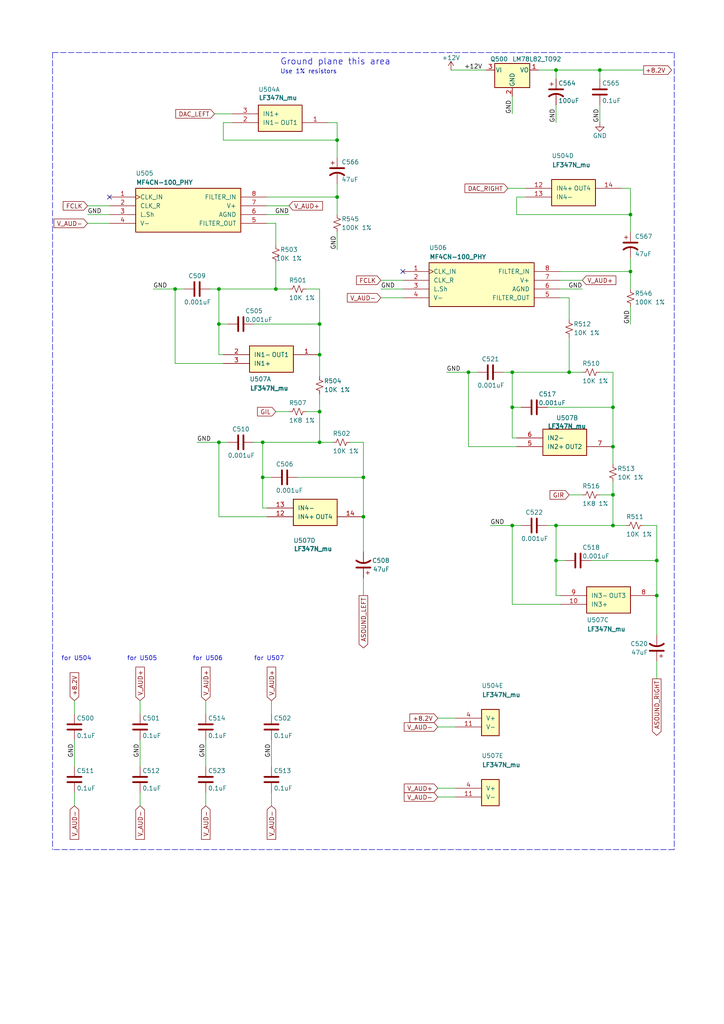
<source format=kicad_sch>
(kicad_sch (version 20230121) (generator eeschema)
  (paper "A4" portrait)
  (title_block (title "Converted schematics of Atari STE") (date "2021-08-31") (rev "1.0.0") (comment 1 "Reference : C300780-001"))
  (lib_symbols
    (symbol "Device:C" (pin_numbers hide) (pin_names (offset 0.254))
      (property "Reference" "C" (at 0.635 2.54 0))
      (property "Value" "C" (at 0.635 -2.54 0))
      (symbol "C_0_1"
        (polyline (pts (xy -2.032 -0.762) (xy 2.032 -0.762)) (stroke (width 0.508)))
        (polyline (pts (xy -2.032 0.762) (xy 2.032 0.762)) (stroke (width 0.508)))
      )
      (symbol "C_1_1"
        (pin passive line (at 0 3.81 270) (length 2.794) (name "~") (number "1"))
        (pin passive line (at 0 -3.81 90) (length 2.794) (name "~") (number "2"))
      )
    )
    (symbol "Device:CP1" (pin_numbers hide) (pin_names (offset 0.254) hide)
      (property "Reference" "C" (at 0.635 2.54 0))
      (property "Value" "Device_CP1" (at 0.635 -2.54 0))
      (symbol "CP1_0_1"
        (polyline (pts (xy -2.032 0.762) (xy 2.032 0.762)) (stroke (width 0.508)))
        (polyline (pts (xy -1.778 2.286) (xy -0.762 2.286)))
        (polyline (pts (xy -1.27 1.778) (xy -1.27 2.794)))
        (arc (start 2.032 -1.27) (mid 0 -0.5572) (end -2.032 -1.27) (stroke (width 0.508)))
      )
      (symbol "CP1_1_1"
        (pin passive line (at 0 3.81 270) (length 2.794) (name "~") (number "1"))
        (pin passive line (at 0 -3.81 90) (length 3.302) (name "~") (number "2"))
      )
    )
    (symbol "Device:R_Small_US" (pin_numbers hide) (pin_names (offset 0.254) hide)
      (property "Reference" "R" (at 0.762 0.508 0))
      (property "Value" "R_Small_US" (at 0.762 -1.016 0))
      (symbol "R_Small_US_1_1"
        (polyline (pts (xy 0 0) (xy 1.016 -0.381) (xy 0 -0.762) (xy -1.016 -1.143) (xy 0 -1.524)))
        (polyline (pts (xy 0 1.524) (xy 1.016 1.143) (xy 0 0.762) (xy -1.016 0.381) (xy 0 0)))
        (pin passive line (at 0 2.54 270) (length 1.016) (name "~") (number "1"))
        (pin passive line (at 0 -2.54 90) (length 1.016) (name "~") (number "2"))
      )
    )
    (symbol "Regulator_Linear:LM78L05_TO92" (pin_names (offset 0.254))
      (property "Reference" "U" (at -3.81 3.175 0))
      (property "Value" "LM78L05_TO92" (at 0 3.175 0))
      (symbol "LM78L05_TO92_0_1"
        (rectangle (start -5.08 -5.08) (end 5.08 1.905) (stroke (width 0.254)) (fill (type background)))
      )
      (symbol "LM78L05_TO92_1_1"
        (pin power_out line (at 7.62 0 180) (length 2.54) (name "VO") (number "1"))
        (pin power_in line (at 0 -7.62 90) (length 2.54) (name "GND") (number "2"))
        (pin power_in line (at -7.62 0 0) (length 2.54) (name "VI") (number "3"))
      )
    )
    (symbol "lf347:LF347N_mu" (pin_names (offset 1.27))
      (property "Reference" "U" (at 0 0 0))
      (property "Value" "LF347N_mu" (at 0 0 0))
      (symbol "LF347N_mu_1_0"
        (rectangle (start -6.35 0) (end 6.35 -7.62) (stroke (width 0.254)) (fill (type background)))
        (text "Operational Amplifier 1" (at -12.7 2.54 0) (effects (font (size 1.27 1.27)) (justify left top)))
        (pin output line (at 13.97 -2.54 180) (length 7.62) (name "OUT1") (number "1"))
        (pin input line (at -13.97 -2.54 0) (length 7.62) (name "IN1-") (number "2"))
        (pin input line (at -13.97 -5.08 0) (length 7.62) (name "IN1+") (number "3"))
      )
      (symbol "LF347N_mu_2_0"
        (rectangle (start -6.35 0) (end 6.35 -7.62) (stroke (width 0.254)) (fill (type background)))
        (text "Operational Amplifier 2" (at -12.7 2.54 0) (effects (font (size 1.27 1.27)) (justify left top)))
        (pin input line (at -13.97 -2.54 0) (length 7.62) (name "IN2+") (number "5"))
        (pin input line (at -13.97 -5.08 0) (length 7.62) (name "IN2-") (number "6"))
        (pin output line (at 13.97 -2.54 180) (length 7.62) (name "OUT2") (number "7"))
      )
      (symbol "LF347N_mu_3_0"
        (rectangle (start -6.35 0) (end 6.35 -7.62) (stroke (width 0.254)) (fill (type background)))
        (text "Operational Amplifier 3" (at -12.7 2.54 0) (effects (font (size 1.27 1.27)) (justify left top)))
        (pin input line (at -13.97 -5.08 0) (length 7.62) (name "IN3+") (number "10"))
        (pin output line (at 13.97 -2.54 180) (length 7.62) (name "OUT3") (number "8"))
        (pin input line (at -13.97 -2.54 0) (length 7.62) (name "IN3-") (number "9"))
      )
      (symbol "LF347N_mu_4_0"
        (rectangle (start -6.35 0) (end 6.35 -7.62) (stroke (width 0.254)) (fill (type background)))
        (text "Operational Amplifier 4" (at -12.7 2.54 0) (effects (font (size 1.27 1.27)) (justify left top)))
        (pin input line (at -13.97 -2.54 0) (length 7.62) (name "IN4+") (number "12"))
        (pin input line (at -13.97 -5.08 0) (length 7.62) (name "IN4-") (number "13"))
        (pin output line (at 13.97 -2.54 180) (length 7.62) (name "OUT4") (number "14"))
      )
      (symbol "LF347N_mu_5_0"
        (rectangle (start -2.54 0) (end 2.54 -7.62) (stroke (width 0.254)) (fill (type background)))
        (text "Voltage reference" (at -12.7 2.54 0) (effects (font (size 1.27 1.27)) (justify left top)))
        (pin input line (at -10.16 -5.08 0) (length 7.62) (name "V-") (number "11"))
        (pin input line (at -10.16 -2.54 0) (length 7.62) (name "V+") (number "4"))
      )
      (symbol "LF347N_mu_6_0"
        (rectangle (start -1.27 0) (end 1.27 -2.54) (stroke (width 0.254)) (fill (type background)))
        (text "Power supply" (at -12.7 2.54 0) (effects (font (size 1.27 1.27)) (justify left top)))
      )
    )
    (symbol "mf4-dip8:MF4CN-100_PHY" (pin_names (offset 1.27))
      (property "Reference" "U" (at 0 0 0))
      (property "Value" "MF4CN-100_PHY" (at 0 0 0))
      (symbol "MF4CN-100_PHY_0_0"
        (rectangle (start -15.24 6.35) (end 15.24 -6.35) (stroke (width 0.254)) (fill (type background)))
        (pin input clock (at -22.86 3.81 0) (length 7.62) (name "CLK_IN") (number "1"))
        (pin input line (at -22.86 1.27 0) (length 7.62) (name "CLK_R") (number "2"))
        (pin input line (at -22.86 -1.27 0) (length 7.62) (name "L.Sh") (number "3"))
        (pin input line (at -22.86 -3.81 0) (length 7.62) (name "V-") (number "4"))
        (pin output line (at 22.86 -3.81 180) (length 7.62) (name "FILTER_OUT") (number "5"))
        (pin power_in line (at 22.86 -1.27 180) (length 7.62) (name "AGND") (number "6"))
        (pin power_in line (at 22.86 1.27 180) (length 7.62) (name "V+") (number "7"))
        (pin input line (at 22.86 3.81 180) (length 7.62) (name "FILTER_IN") (number "8"))
      )
    )
    (symbol "power:+12V" (power) (pin_names (offset 0))
      (property "Value" "+12V" (at 0 3.556 0))
      (symbol "+12V_0_1"
        (polyline (pts (xy -0.762 1.27) (xy 0 2.54)))
        (polyline (pts (xy 0 0) (xy 0 2.54)))
        (polyline (pts (xy 0 2.54) (xy 0.762 1.27)))
      )
      (symbol "+12V_1_1"
        (pin power_in line (at 0 0 90) (length 0) hide (name "+12V") (number "1"))
      )
    )
    (symbol "power:GND" (power) (pin_names (offset 0))
      (property "Value" "GND" (at 0 -3.81 0))
      (symbol "GND_0_1"
        (polyline (pts (xy 0 0) (xy 0 -1.27) (xy 1.27 -1.27) (xy 0 -2.54) (xy -1.27 -1.27) (xy 0 -1.27)))
      )
      (symbol "GND_1_1"
        (pin power_in line (at 0 0 270) (length 0) hide (name "GND") (number "1"))
      )
    )
  )
  (junction (at 161.29 162.56))
  (junction (at 165.1 107.95))
  (junction (at 63.5 128.27))
  (junction (at 76.2 128.27))
  (junction (at 97.79 40.64))
  (junction (at 177.8 152.4))
  (junction (at 97.79 57.15))
  (junction (at 76.2 138.43))
  (junction (at 173.99 20.32))
  (junction (at 92.71 102.87))
  (junction (at 161.29 152.4))
  (junction (at 135.89 107.95))
  (junction (at 148.59 107.95))
  (junction (at 190.5 172.72))
  (junction (at 92.71 119.38))
  (junction (at 190.5 162.56))
  (junction (at 148.59 152.4))
  (junction (at 105.41 149.86))
  (junction (at 182.88 78.74))
  (junction (at 105.41 138.43))
  (junction (at 177.8 143.51))
  (junction (at 50.8 83.82))
  (junction (at 148.59 118.11))
  (junction (at 92.71 93.98))
  (junction (at 177.8 129.54))
  (junction (at 177.8 118.11))
  (junction (at 63.5 93.98))
  (junction (at 92.71 128.27))
  (junction (at 161.29 20.32))
  (junction (at 80.01 83.82))
  (junction (at 182.88 62.23))
  (junction (at 63.5 83.82))
  (no_connect (at 116.84 78.74))
  (no_connect (at 31.75 57.15))
  (wire (pts (xy 63.5 83.82) (xy 80.01 83.82)))
  (wire (pts (xy 135.89 107.95) (xy 135.89 129.54)))
  (wire (pts (xy 152.4 54.61) (xy 147.32 54.61)))
  (wire (pts (xy 190.5 162.56) (xy 190.5 172.72)))
  (wire (pts (xy 158.75 152.4) (xy 161.29 152.4)))
  (wire (pts (xy 158.75 118.11) (xy 177.8 118.11)))
  (wire (pts (xy 161.29 162.56) (xy 161.29 172.72)))
  (wire (pts (xy 76.2 147.32) (xy 77.47 147.32)))
  (wire (pts (xy 135.89 129.54) (xy 149.86 129.54)))
  (wire (pts (xy 25.4 62.23) (xy 31.75 62.23)))
  (wire (pts (xy 59.69 222.25) (xy 59.69 214.63)))
  (wire (pts (xy 76.2 128.27) (xy 92.71 128.27)))
  (wire (pts (xy 177.8 152.4) (xy 181.61 152.4)))
  (wire (pts (xy 97.79 72.39) (xy 97.79 67.31)))
  (wire (pts (xy 162.56 81.28) (xy 168.91 81.28)))
  (wire (pts (xy 168.91 143.51) (xy 165.1 143.51)))
  (wire (pts (xy 182.88 62.23) (xy 182.88 67.31)))
  (wire (pts (xy 21.59 222.25) (xy 21.59 214.63)))
  (wire (pts (xy 148.59 152.4) (xy 148.59 175.26)))
  (wire (pts (xy 182.88 54.61) (xy 182.88 62.23)))
  (wire (pts (xy 105.41 167.64) (xy 105.41 172.72)))
  (wire (pts (xy 88.9 119.38) (xy 92.71 119.38)))
  (wire (pts (xy 162.56 86.36) (xy 165.1 86.36)))
  (wire (pts (xy 177.8 143.51) (xy 177.8 152.4)))
  (wire (pts (xy 127 208.28) (xy 132.08 208.28)))
  (wire (pts (xy 105.41 138.43) (xy 105.41 149.86)))
  (wire (pts (xy 146.05 107.95) (xy 148.59 107.95)))
  (wire (pts (xy 77.47 64.77) (xy 80.01 64.77)))
  (wire (pts (xy 190.5 172.72) (xy 190.5 184.15)))
  (wire (pts (xy 66.04 93.98) (xy 63.5 93.98)))
  (wire (pts (xy 40.64 222.25) (xy 40.64 214.63)))
  (wire (pts (xy 40.64 207.01) (xy 40.64 203.2)))
  (wire (pts (xy 162.56 172.72) (xy 161.29 172.72)))
  (wire (pts (xy 156.21 20.32) (xy 161.29 20.32)))
  (wire (pts (xy 64.77 35.56) (xy 64.77 40.64)))
  (wire (pts (xy 177.8 139.7) (xy 177.8 143.51)))
  (wire (pts (xy 105.41 149.86) (xy 105.41 160.02)))
  (wire (pts (xy 148.59 127) (xy 149.86 127)))
  (wire (pts (xy 67.31 35.56) (xy 64.77 35.56)))
  (wire (pts (xy 97.79 40.64) (xy 97.79 45.72)))
  (wire (pts (xy 148.59 152.4) (xy 151.13 152.4)))
  (wire (pts (xy 63.5 128.27) (xy 66.04 128.27)))
  (wire (pts (xy 182.88 78.74) (xy 182.88 83.82)))
  (wire (pts (xy 149.86 62.23) (xy 182.88 62.23)))
  (wire (pts (xy 161.29 20.32) (xy 173.99 20.32)))
  (wire (pts (xy 149.86 57.15) (xy 149.86 62.23)))
  (wire (pts (xy 63.5 128.27) (xy 63.5 149.86)))
  (wire (pts (xy 63.5 83.82) (xy 63.5 93.98)))
  (wire (pts (xy 171.45 162.56) (xy 190.5 162.56)))
  (wire (pts (xy 40.64 233.68) (xy 40.64 229.87)))
  (wire (pts (xy 110.49 81.28) (xy 116.84 81.28)))
  (wire (pts (xy 182.88 74.93) (xy 182.88 78.74)))
  (wire (pts (xy 177.8 107.95) (xy 177.8 118.11)))
  (wire (pts (xy 53.34 83.82) (xy 50.8 83.82)))
  (wire (pts (xy 173.99 30.48) (xy 173.99 35.56)))
  (wire (pts (xy 177.8 129.54) (xy 177.8 134.62)))
  (wire (pts (xy 77.47 57.15) (xy 97.79 57.15)))
  (wire (pts (xy 64.77 40.64) (xy 97.79 40.64)))
  (wire (pts (xy 161.29 152.4) (xy 161.29 162.56)))
  (wire (pts (xy 50.8 83.82) (xy 50.8 105.41)))
  (wire (pts (xy 86.36 138.43) (xy 105.41 138.43)))
  (wire (pts (xy 161.29 152.4) (xy 177.8 152.4)))
  (wire (pts (xy 77.47 62.23) (xy 83.82 62.23)))
  (wire (pts (xy 92.71 93.98) (xy 92.71 102.87)))
  (wire (pts (xy 165.1 86.36) (xy 165.1 92.71)))
  (wire (pts (xy 78.74 222.25) (xy 78.74 214.63)))
  (wire (pts (xy 151.13 118.11) (xy 148.59 118.11)))
  (wire (pts (xy 73.66 128.27) (xy 76.2 128.27)))
  (polyline (pts (xy 195.58 246.38) (xy 15.24 246.38)) (stroke (width 0) (type dash)))
  (wire (pts (xy 142.24 152.4) (xy 148.59 152.4)))
  (wire (pts (xy 173.99 22.86) (xy 173.99 20.32)))
  (wire (pts (xy 165.1 97.79) (xy 165.1 107.95)))
  (wire (pts (xy 168.91 107.95) (xy 165.1 107.95)))
  (wire (pts (xy 63.5 128.27) (xy 57.15 128.27)))
  (wire (pts (xy 148.59 118.11) (xy 148.59 127)))
  (wire (pts (xy 92.71 83.82) (xy 92.71 93.98)))
  (wire (pts (xy 92.71 102.87) (xy 92.71 109.22)))
  (wire (pts (xy 50.8 83.82) (xy 44.45 83.82)))
  (wire (pts (xy 83.82 83.82) (xy 80.01 83.82)))
  (wire (pts (xy 190.5 191.77) (xy 190.5 196.85)))
  (wire (pts (xy 177.8 118.11) (xy 177.8 129.54)))
  (wire (pts (xy 78.74 138.43) (xy 76.2 138.43)))
  (wire (pts (xy 148.59 107.95) (xy 165.1 107.95)))
  (wire (pts (xy 60.96 83.82) (xy 63.5 83.82)))
  (wire (pts (xy 105.41 128.27) (xy 101.6 128.27)))
  (wire (pts (xy 163.83 162.56) (xy 161.29 162.56)))
  (wire (pts (xy 21.59 207.01) (xy 21.59 203.2)))
  (wire (pts (xy 110.49 83.82) (xy 116.84 83.82)))
  (wire (pts (xy 78.74 207.01) (xy 78.74 203.2)))
  (wire (pts (xy 182.88 93.98) (xy 182.88 88.9)))
  (wire (pts (xy 63.5 149.86) (xy 77.47 149.86)))
  (wire (pts (xy 96.52 128.27) (xy 92.71 128.27)))
  (wire (pts (xy 110.49 86.36) (xy 116.84 86.36)))
  (wire (pts (xy 50.8 105.41) (xy 64.77 105.41)))
  (wire (pts (xy 127 228.6) (xy 132.08 228.6)))
  (polyline (pts (xy 195.58 15.24) (xy 195.58 246.38)) (stroke (width 0) (type dash)))
  (wire (pts (xy 25.4 64.77) (xy 31.75 64.77)))
  (wire (pts (xy 78.74 233.68) (xy 78.74 229.87)))
  (wire (pts (xy 162.56 78.74) (xy 182.88 78.74)))
  (wire (pts (xy 129.54 107.95) (xy 135.89 107.95)))
  (wire (pts (xy 76.2 138.43) (xy 76.2 147.32)))
  (wire (pts (xy 62.23 33.02) (xy 67.31 33.02)))
  (wire (pts (xy 21.59 233.68) (xy 21.59 229.87)))
  (wire (pts (xy 92.71 114.3) (xy 92.71 119.38)))
  (wire (pts (xy 88.9 83.82) (xy 92.71 83.82)))
  (wire (pts (xy 97.79 53.34) (xy 97.79 57.15)))
  (wire (pts (xy 59.69 233.68) (xy 59.69 229.87)))
  (wire (pts (xy 76.2 128.27) (xy 76.2 138.43)))
  (wire (pts (xy 130.81 20.32) (xy 140.97 20.32)))
  (wire (pts (xy 127 231.14) (xy 132.08 231.14)))
  (wire (pts (xy 190.5 152.4) (xy 190.5 162.56)))
  (wire (pts (xy 63.5 93.98) (xy 63.5 102.87)))
  (wire (pts (xy 73.66 93.98) (xy 92.71 93.98)))
  (wire (pts (xy 80.01 76.2) (xy 80.01 83.82)))
  (wire (pts (xy 92.71 119.38) (xy 92.71 128.27)))
  (wire (pts (xy 63.5 102.87) (xy 64.77 102.87)))
  (wire (pts (xy 190.5 152.4) (xy 186.69 152.4)))
  (wire (pts (xy 132.08 210.82) (xy 127 210.82)))
  (wire (pts (xy 105.41 128.27) (xy 105.41 138.43)))
  (polyline (pts (xy 15.24 15.24) (xy 195.58 15.24)) (stroke (width 0) (type dash)))
  (wire (pts (xy 138.43 107.95) (xy 135.89 107.95)))
  (wire (pts (xy 148.59 175.26) (xy 162.56 175.26)))
  (wire (pts (xy 180.34 54.61) (xy 182.88 54.61)))
  (wire (pts (xy 152.4 57.15) (xy 149.86 57.15)))
  (wire (pts (xy 95.25 35.56) (xy 97.79 35.56)))
  (wire (pts (xy 162.56 83.82) (xy 168.91 83.82)))
  (wire (pts (xy 25.4 59.69) (xy 31.75 59.69)))
  (wire (pts (xy 97.79 57.15) (xy 97.79 62.23)))
  (wire (pts (xy 177.8 143.51) (xy 173.99 143.51)))
  (wire (pts (xy 161.29 30.48) (xy 161.29 35.56)))
  (wire (pts (xy 77.47 59.69) (xy 83.82 59.69)))
  (wire (pts (xy 173.99 107.95) (xy 177.8 107.95)))
  (wire (pts (xy 148.59 27.94) (xy 148.59 33.02)))
  (wire (pts (xy 161.29 22.86) (xy 161.29 20.32)))
  (wire (pts (xy 80.01 119.38) (xy 83.82 119.38)))
  (wire (pts (xy 173.99 20.32) (xy 186.69 20.32)))
  (wire (pts (xy 80.01 71.12) (xy 80.01 64.77)))
  (wire (pts (xy 148.59 107.95) (xy 148.59 118.11)))
  (wire (pts (xy 97.79 35.56) (xy 97.79 40.64)))
  (wire (pts (xy 59.69 207.01) (xy 59.69 203.2)))
  (polyline (pts (xy 15.24 15.24) (xy 15.24 246.38)) (stroke (width 0) (type dash)))
  (text "for U504" (at 17.78 191.77 0) (effects (font (size 1.27 1.27)) (justify left bottom)))
  (text "for U505" (at 36.83 191.77 0) (effects (font (size 1.27 1.27)) (justify left bottom)))
  (text "for U506" (at 55.88 191.77 0) (effects (font (size 1.27 1.27)) (justify left bottom)))
  (text "Ground plane this area" (at 81.28 19.05 0) (effects (font (size 1.8034 1.8034)) (justify left bottom)))
  (text "Use 1% resistors" (at 81.28 21.59 0) (effects (font (size 1.27 1.27)) (justify left bottom)))
  (text "for U507" (at 73.66 191.77 0) (effects (font (size 1.27 1.27)) (justify left bottom)))
  (label "GND" (at 25.4 62.23 0))
  (label "GND" (at 161.29 35.56 90))
  (label "GND" (at 40.64 219.71 90))
  (label "GND" (at 57.15 128.27 0))
  (label "GND" (at 168.91 83.82 180))
  (label "GND" (at 59.69 219.71 90))
  (label "GND" (at 78.74 219.71 90))
  (label "GND" (at 44.45 83.82 0))
  (label "+12V" (at 134.62 20.32 0))
  (label "GND" (at 129.54 107.95 0))
  (label "GND" (at 173.99 35.56 90))
  (label "GND" (at 148.59 33.02 90))
  (label "GND" (at 142.24 152.4 0))
  (label "GND" (at 182.88 93.98 90))
  (label "GND" (at 97.79 72.39 90))
  (label "GND" (at 21.59 219.71 90))
  (label "GND" (at 110.49 83.82 0))
  (label "GND" (at 83.82 62.23 180))
  (global_label "V_AUD-" (shape input) (at 40.64 233.68 270) (property "Intersheetrefs" "${INTERSHEET_REFS}" (effects hide)))
  (global_label "V_AUD+" (shape input) (at 59.69 203.2 90) (property "Intersheetrefs" "${INTERSHEET_REFS}" (effects hide)))
  (global_label "V_AUD-" (shape input) (at 78.74 233.68 270) (property "Intersheetrefs" "${INTERSHEET_REFS}" (effects hide)))
  (global_label "GIL" (shape input) (at 80.01 119.38 180) (property "Intersheetrefs" "${INTERSHEET_REFS}" (effects hide)))
  (global_label "GIR" (shape input) (at 165.1 143.51 180) (property "Intersheetrefs" "${INTERSHEET_REFS}" (effects hide)))
  (global_label "V_AUD+" (shape input) (at 168.91 81.28 0) (property "Intersheetrefs" "${INTERSHEET_REFS}" (effects hide)))
  (global_label "V_AUD-" (shape input) (at 59.69 233.68 270) (property "Intersheetrefs" "${INTERSHEET_REFS}" (effects hide)))
  (global_label "DAC_RIGHT" (shape input) (at 147.32 54.61 180) (property "Intersheetrefs" "${INTERSHEET_REFS}" (effects hide)))
  (global_label "DAC_LEFT" (shape input) (at 62.23 33.02 180) (property "Intersheetrefs" "${INTERSHEET_REFS}" (effects hide)))
  (global_label "V_AUD-" (shape input) (at 110.49 86.36 180) (property "Intersheetrefs" "${INTERSHEET_REFS}" (effects hide)))
  (global_label "+8.2V" (shape input) (at 127 208.28 180) (property "Intersheetrefs" "${INTERSHEET_REFS}" (effects hide)))
  (global_label "V_AUD-" (shape input) (at 25.4 64.77 180) (property "Intersheetrefs" "${INTERSHEET_REFS}" (effects hide)))
  (global_label "V_AUD-" (shape input) (at 21.59 233.68 270) (property "Intersheetrefs" "${INTERSHEET_REFS}" (effects hide)))
  (global_label "ASOUND_RIGHT" (shape output) (at 190.5 196.85 270) (property "Intersheetrefs" "${INTERSHEET_REFS}" (effects hide)))
  (global_label "V_AUD+" (shape input) (at 40.64 203.2 90) (property "Intersheetrefs" "${INTERSHEET_REFS}" (effects hide)))
  (global_label "FCLK" (shape input) (at 110.49 81.28 180) (property "Intersheetrefs" "${INTERSHEET_REFS}" (effects hide)))
  (global_label "V_AUD+" (shape input) (at 78.74 203.2 90) (property "Intersheetrefs" "${INTERSHEET_REFS}" (effects hide)))
  (global_label "ASOUND_LEFT" (shape output) (at 105.41 172.72 270) (property "Intersheetrefs" "${INTERSHEET_REFS}" (effects hide)))
  (global_label "+8.2V" (shape input) (at 21.59 203.2 90) (property "Intersheetrefs" "${INTERSHEET_REFS}" (effects hide)))
  (global_label "V_AUD+" (shape input) (at 83.82 59.69 0) (property "Intersheetrefs" "${INTERSHEET_REFS}" (effects hide)))
  (global_label "V_AUD-" (shape input) (at 127 210.82 180) (property "Intersheetrefs" "${INTERSHEET_REFS}" (effects hide)))
  (global_label "V_AUD+" (shape input) (at 127 228.6 180) (property "Intersheetrefs" "${INTERSHEET_REFS}" (effects hide)))
  (global_label "+8.2V" (shape output) (at 186.69 20.32 0) (property "Intersheetrefs" "${INTERSHEET_REFS}" (effects hide)))
  (global_label "V_AUD-" (shape input) (at 127 231.14 180) (property "Intersheetrefs" "${INTERSHEET_REFS}" (effects hide)))
  (global_label "FCLK" (shape input) (at 25.4 59.69 180) (property "Intersheetrefs" "${INTERSHEET_REFS}" (effects hide)))
  (symbol (lib_id "Device:R_Small_US") (at 86.36 119.38 270) (unit 1)
    (property "Reference" "R507" (at 83.82 116.84 90) (effects (justify left)))
    (property "Value" "1K8 1%" (at 83.82 121.92 90) (effects (justify left)))
    (property "Footprint" "commons_passives_THT:Passive_THT_resistor_W2.54mm_L12.70mm" (effects hide))
  )
  (symbol (lib_id "Device:R_Small_US") (at 171.45 143.51 270) (unit 1)
    (property "Reference" "R516" (at 168.91 140.97 90) (effects (justify left)))
    (property "Value" "1K8 1%" (at 168.91 146.05 90) (effects (justify left)))
    (property "Footprint" "commons_passives_THT:Passive_THT_resistor_W2.54mm_L12.70mm" (effects hide))
  )
  (symbol (lib_id "mf4-dip8:MF4CN-100_PHY") (at 54.61 60.96 0) (unit 1)
    (property "Reference" "U505" (at 39.37 49.53 0) (effects (justify left top)))
    (property "Value" "MF4CN-100_PHY" (at 39.37 52.07 0) (effects (font bold) (justify left top)))
    (property "Footprint" "Package_DIP:DIP-8_W7.62mm_LongPads" (effects hide))
  )
  (symbol (lib_id "Device:CP1") (at 97.79 49.53 0) (unit 1)
    (property "Reference" "C566" (at 99.06 46.99 0) (effects (justify left)))
    (property "Value" "47uF" (at 99.06 52.07 0) (effects (justify left)))
    (property "Footprint" "commons_passives_THT:Passive_THT_capacitor_polarized_rad_D5.08mm_P2.54mm_H12.70mm" (effects hide))
  )
  (symbol (lib_id "Device:R_Small_US") (at 97.79 64.77 0) (unit 1)
    (property "Reference" "R545" (at 99.06 63.5 0) (effects (justify left)))
    (property "Value" "100K 1%" (at 99.06 66.04 0) (effects (justify left)))
    (property "Footprint" "commons_passives_THT:Passive_THT_resistor_W2.54mm_L12.70mm" (effects hide))
  )
  (symbol (lib_id "Device:C") (at 40.64 210.82 0) (unit 1)
    (property "Reference" "C501" (at 41.275 208.28 0) (effects (justify left)))
    (property "Value" "0.1uF" (at 41.275 213.36 0) (effects (justify left)))
    (property "Footprint" "commons_passives_THT:Passive_THT_capacitor_mlcc_W2.54mm_L7.62mm" (effects hide))
  )
  (symbol (lib_id "Device:C") (at 40.64 226.06 0) (unit 1)
    (property "Reference" "C512" (at 41.275 223.52 0) (effects (justify left)))
    (property "Value" "0.1uF" (at 41.275 228.6 0) (effects (justify left)))
    (property "Footprint" "commons_passives_THT:Passive_THT_capacitor_mlcc_W2.54mm_L7.62mm" (effects hide))
  )
  (symbol (lib_id "Device:C") (at 21.59 210.82 0) (unit 1)
    (property "Reference" "C500" (at 22.225 208.28 0) (effects (justify left)))
    (property "Value" "0.1uF" (at 22.225 213.36 0) (effects (justify left)))
    (property "Footprint" "commons_passives_THT:Passive_THT_capacitor_mlcc_W2.54mm_L7.62mm" (effects hide))
  )
  (symbol (lib_id "Device:C") (at 21.59 226.06 0) (unit 1)
    (property "Reference" "C511" (at 22.225 223.52 0) (effects (justify left)))
    (property "Value" "0.1uF" (at 22.225 228.6 0) (effects (justify left)))
    (property "Footprint" "commons_passives_THT:Passive_THT_capacitor_mlcc_W2.54mm_L7.62mm" (effects hide))
  )
  (symbol (lib_id "lf347:LF347N_mu") (at 142.24 205.74 0) (unit 5)
    (property "Reference" "U504" (at 139.7 198.12 0) (effects (justify left top)))
    (property "Value" "LF347N_mu" (at 139.7 200.66 0) (effects (font bold) (justify left top)))
    (property "Footprint" "Package_DIP:DIP-14_W7.62mm_LongPads" (effects hide))
  )
  (symbol (lib_id "lf347:LF347N_mu") (at 142.24 226.06 0) (unit 5)
    (property "Reference" "U507" (at 139.7 218.44 0) (effects (justify left top)))
    (property "Value" "LF347N_mu" (at 139.7 220.98 0) (effects (font bold) (justify left top)))
    (property "Footprint" "Package_DIP:DIP-14_W7.62mm_LongPads" (effects hide))
  )
  (symbol (lib_id "Device:C") (at 78.74 210.82 0) (unit 1)
    (property "Reference" "C502" (at 79.375 208.28 0) (effects (justify left)))
    (property "Value" "0.1uF" (at 79.375 213.36 0) (effects (justify left)))
    (property "Footprint" "commons_passives_THT:Passive_THT_capacitor_mlcc_W2.54mm_L7.62mm" (effects hide))
  )
  (symbol (lib_id "Device:C") (at 78.74 226.06 0) (unit 1)
    (property "Reference" "C513" (at 79.375 223.52 0) (effects (justify left)))
    (property "Value" "0.1uF" (at 79.375 228.6 0) (effects (justify left)))
    (property "Footprint" "commons_passives_THT:Passive_THT_capacitor_mlcc_W2.54mm_L7.62mm" (effects hide))
  )
  (symbol (lib_id "mf4-dip8:MF4CN-100_PHY") (at 139.7 82.55 0) (unit 1)
    (property "Reference" "U506" (at 124.46 71.12 0) (effects (justify left top)))
    (property "Value" "MF4CN-100_PHY" (at 124.46 73.66 0) (effects (font bold) (justify left top)))
    (property "Footprint" "Package_DIP:DIP-8_W7.62mm_LongPads" (effects hide))
  )
  (symbol (lib_id "Device:CP1") (at 182.88 71.12 0) (unit 1)
    (property "Reference" "C567" (at 184.15 68.58 0) (effects (justify left)))
    (property "Value" "47uF" (at 184.15 73.66 0) (effects (justify left)))
    (property "Footprint" "commons_passives_THT:Passive_THT_capacitor_polarized_rad_D5.08mm_P2.54mm_H12.70mm" (effects hide))
  )
  (symbol (lib_id "Device:R_Small_US") (at 182.88 86.36 0) (unit 1)
    (property "Reference" "R546" (at 184.15 85.09 0) (effects (justify left)))
    (property "Value" "100K 1%" (at 184.15 87.63 0) (effects (justify left)))
    (property "Footprint" "commons_passives_THT:Passive_THT_resistor_W2.54mm_L12.70mm" (effects hide))
  )
  (symbol (lib_id "Device:C") (at 59.69 210.82 0) (unit 1)
    (property "Reference" "C514" (at 60.325 208.28 0) (effects (justify left)))
    (property "Value" "0.1uF" (at 60.325 213.36 0) (effects (justify left)))
    (property "Footprint" "commons_passives_THT:Passive_THT_capacitor_mlcc_W2.54mm_L7.62mm" (effects hide))
  )
  (symbol (lib_id "Device:C") (at 59.69 226.06 0) (unit 1)
    (property "Reference" "C523" (at 60.325 223.52 0) (effects (justify left)))
    (property "Value" "0.1uF" (at 60.325 228.6 0) (effects (justify left)))
    (property "Footprint" "commons_passives_THT:Passive_THT_capacitor_mlcc_W2.54mm_L7.62mm" (effects hide))
  )
  (symbol (lib_id "Regulator_Linear:LM78L05_TO92") (at 148.59 20.32 0) (unit 1)
    (property "Reference" "Q500" (at 144.78 17.145 0))
    (property "Value" "LM78L82_TO92" (at 148.59 17.145 0) (effects (justify left)))
    (property "Footprint" "Package_TO_SOT_THT:TO-92_Inline_Wide" (effects hide))
    (property "Datasheet" "https://www.onsemi.com/pub/Collateral/MC78L06A-D.pdf" (effects hide))
  )
  (symbol (lib_id "Device:CP1") (at 161.29 26.67 0) (unit 1)
    (property "Reference" "C564" (at 161.925 24.13 0) (effects (justify left)))
    (property "Value" "100uF" (at 161.925 29.21 0) (effects (justify left)))
    (property "Footprint" "commons_passives_THT:Passive_THT_capacitor_polarized_W6.35mm_L20.32mm" (effects hide))
  )
  (symbol (lib_id "Device:C") (at 173.99 26.67 0) (unit 1)
    (property "Reference" "C565" (at 174.625 24.13 0) (effects (justify left)))
    (property "Value" "0.1uF" (at 174.625 29.21 0) (effects (justify left)))
    (property "Footprint" "commons_passives_THT:Passive_THT_capacitor_mlcc_W2.54mm_L7.62mm" (effects hide))
  )
  (symbol (lib_id "Device:CP1") (at 105.41 163.83 180) (unit 1)
    (property "Reference" "C508" (at 113.03 162.56 0) (effects (justify left)))
    (property "Value" "47uF" (at 113.03 165.1 0) (effects (justify left)))
    (property "Footprint" "commons_passives_THT:Passive_THT_capacitor_polarized_W6.35mm_L20.32mm" (effects hide))
  )
  (symbol (lib_id "Device:C") (at 82.55 138.43 270) (unit 1)
    (property "Reference" "C506" (at 80.01 134.62 90) (effects (justify left)))
    (property "Value" "0.001uF" (at 80.01 142.24 90) (effects (justify left)))
    (property "Footprint" "commons_passives_THT:Passive_THT_capacitor_W2.54mm_L10.16mm" (effects hide))
  )
  (symbol (lib_id "Device:R_Small_US") (at 92.71 111.76 180) (unit 1)
    (property "Reference" "R504" (at 96.52 110.49 0))
    (property "Value" "10K 1%" (at 97.79 113.03 0))
    (property "Footprint" "commons_passives_THT:Passive_THT_resistor_W2.54mm_L12.70mm" (effects hide))
  )
  (symbol (lib_id "Device:C") (at 69.85 128.27 270) (unit 1)
    (property "Reference" "C510" (at 67.31 124.46 90) (effects (justify left)))
    (property "Value" "0.001uF" (at 66.04 132.08 90) (effects (justify left)))
    (property "Footprint" "commons_passives_THT:Passive_THT_capacitor_W2.54mm_L10.16mm" (effects hide))
  )
  (symbol (lib_id "Device:R_Small_US") (at 99.06 128.27 270) (unit 1)
    (property "Reference" "R502" (at 96.52 125.73 90) (effects (justify left)))
    (property "Value" "10K 1%" (at 96.52 130.81 90) (effects (justify left)))
    (property "Footprint" "commons_passives_THT:Passive_THT_resistor_W2.54mm_L12.70mm" (effects hide))
  )
  (symbol (lib_id "Device:C") (at 69.85 93.98 270) (unit 1)
    (property "Reference" "C505" (at 71.12 90.17 90) (effects (justify left)))
    (property "Value" "0.001uF" (at 71.12 92.71 90) (effects (justify left)))
    (property "Footprint" "commons_passives_THT:Passive_THT_capacitor_W2.54mm_L10.16mm" (effects hide))
  )
  (symbol (lib_id "Device:R_Small_US") (at 80.01 73.66 180) (unit 1)
    (property "Reference" "R503" (at 83.82 72.39 0))
    (property "Value" "10K 1%" (at 83.82 74.93 0))
    (property "Footprint" "commons_passives_THT:Passive_THT_resistor_W2.54mm_L12.70mm" (effects hide))
  )
  (symbol (lib_id "Device:C") (at 57.15 83.82 270) (unit 1)
    (property "Reference" "C509" (at 54.61 80.01 90) (effects (justify left)))
    (property "Value" "0.001uF" (at 53.34 87.63 90) (effects (justify left)))
    (property "Footprint" "commons_passives_THT:Passive_THT_capacitor_W2.54mm_L10.16mm" (effects hide))
  )
  (symbol (lib_id "Device:R_Small_US") (at 86.36 83.82 270) (unit 1)
    (property "Reference" "R501" (at 83.82 81.28 90) (effects (justify left)))
    (property "Value" "10K 1%" (at 83.82 86.36 90) (effects (justify left)))
    (property "Footprint" "commons_passives_THT:Passive_THT_resistor_W2.54mm_L12.70mm" (effects hide))
  )
  (symbol (lib_id "Device:CP1") (at 190.5 187.96 180) (unit 1)
    (property "Reference" "C520" (at 187.96 186.69 0) (effects (justify left)))
    (property "Value" "47uF" (at 187.96 189.23 0) (effects (justify left)))
    (property "Footprint" "commons_passives_THT:Passive_THT_capacitor_polarized_W6.35mm_L20.32mm" (effects hide))
  )
  (symbol (lib_id "Device:C") (at 167.64 162.56 270) (unit 1)
    (property "Reference" "C518" (at 168.91 158.75 90) (effects (justify left)))
    (property "Value" "0.001uF" (at 168.91 161.29 90) (effects (justify left)))
    (property "Footprint" "commons_passives_THT:Passive_THT_capacitor_W2.54mm_L10.16mm" (effects hide))
  )
  (symbol (lib_id "Device:R_Small_US") (at 177.8 137.16 180) (unit 1)
    (property "Reference" "R513" (at 181.61 135.89 0))
    (property "Value" "10K 1%" (at 182.88 138.43 0))
    (property "Footprint" "commons_passives_THT:Passive_THT_resistor_W2.54mm_L12.70mm" (effects hide))
  )
  (symbol (lib_id "Device:C") (at 154.94 152.4 270) (unit 1)
    (property "Reference" "C522" (at 152.4 148.59 90) (effects (justify left)))
    (property "Value" "0.001uF" (at 151.13 156.21 90) (effects (justify left)))
    (property "Footprint" "commons_passives_THT:Passive_THT_capacitor_W2.54mm_L10.16mm" (effects hide))
  )
  (symbol (lib_id "Device:R_Small_US") (at 184.15 152.4 270) (unit 1)
    (property "Reference" "R511" (at 181.61 149.86 90) (effects (justify left)))
    (property "Value" "10K 1%" (at 181.61 154.94 90) (effects (justify left)))
    (property "Footprint" "commons_passives_THT:Passive_THT_resistor_W2.54mm_L12.70mm" (effects hide))
  )
  (symbol (lib_id "Device:C") (at 154.94 118.11 270) (unit 1)
    (property "Reference" "C517" (at 156.21 114.3 90) (effects (justify left)))
    (property "Value" "0.001uF" (at 156.21 116.84 90) (effects (justify left)))
    (property "Footprint" "commons_passives_THT:Passive_THT_capacitor_W2.54mm_L10.16mm" (effects hide))
  )
  (symbol (lib_id "Device:R_Small_US") (at 165.1 95.25 180) (unit 1)
    (property "Reference" "R512" (at 168.91 93.98 0))
    (property "Value" "10K 1%" (at 170.18 96.52 0))
    (property "Footprint" "commons_passives_THT:Passive_THT_resistor_W2.54mm_L12.70mm" (effects hide))
  )
  (symbol (lib_id "Device:C") (at 142.24 107.95 270) (unit 1)
    (property "Reference" "C521" (at 139.7 104.14 90) (effects (justify left)))
    (property "Value" "0.001uF" (at 138.43 111.76 90) (effects (justify left)))
    (property "Footprint" "commons_passives_THT:Passive_THT_capacitor_W2.54mm_L10.16mm" (effects hide))
  )
  (symbol (lib_id "Device:R_Small_US") (at 171.45 107.95 270) (unit 1)
    (property "Reference" "R510" (at 168.91 105.41 90) (effects (justify left)))
    (property "Value" "10K 1%" (at 168.91 110.49 90) (effects (justify left)))
    (property "Footprint" "commons_passives_THT:Passive_THT_resistor_W2.54mm_L12.70mm" (effects hide))
  )
  (symbol (lib_id "lf347:LF347N_mu") (at 81.28 38.1 0) (mirror x) (unit 1)
    (property "Reference" "U504" (at 74.93 26.67 0) (effects (justify left top)))
    (property "Value" "LF347N_mu" (at 74.93 29.21 0) (effects (font bold) (justify left top)))
    (property "Footprint" "Package_DIP:DIP-14_W7.62mm_LongPads" (effects hide))
  )
  (symbol (lib_id "lf347:LF347N_mu") (at 166.37 52.07 0) (unit 4)
    (property "Reference" "U504" (at 160.02 44.45 0) (effects (justify left top)))
    (property "Value" "LF347N_mu" (at 160.02 46.99 0) (effects (font bold) (justify left top)))
    (property "Footprint" "Package_DIP:DIP-14_W7.62mm_LongPads" (effects hide))
  )
  (symbol (lib_id "lf347:LF347N_mu") (at 163.83 132.08 0) (mirror x) (unit 2)
    (property "Reference" "U507" (at 161.29 121.92 0) (effects (justify left top)))
    (property "Value" "LF347N_mu" (at 158.75 124.46 0) (effects (font bold) (justify left top)))
    (property "Footprint" "Package_DIP:DIP-14_W7.62mm_LongPads" (effects hide))
  )
  (symbol (lib_id "lf347:LF347N_mu") (at 176.53 170.18 0) (unit 3)
    (property "Reference" "U507" (at 170.18 179.07 0) (effects (justify left top)))
    (property "Value" "LF347N_mu" (at 170.18 181.61 0) (effects (font bold) (justify left top)))
    (property "Footprint" "Package_DIP:DIP-14_W7.62mm_LongPads" (effects hide))
  )
  (symbol (lib_id "lf347:LF347N_mu") (at 78.74 100.33 0) (unit 1)
    (property "Reference" "U507" (at 72.39 109.22 0) (effects (justify left top)))
    (property "Value" "LF347N_mu" (at 72.39 111.76 0) (effects (font bold) (justify left top)))
    (property "Footprint" "Package_DIP:DIP-14_W7.62mm_LongPads" (effects hide))
  )
  (symbol (lib_id "lf347:LF347N_mu") (at 91.44 152.4 0) (mirror x) (unit 4)
    (property "Reference" "U507" (at 85.09 157.48 0) (effects (justify left top)))
    (property "Value" "LF347N_mu" (at 85.09 160.02 0) (effects (font bold) (justify left top)))
    (property "Footprint" "Package_DIP:DIP-14_W7.62mm_LongPads" (effects hide))
  )
  (symbol (lib_id "power:GND") (at 173.99 35.56 0) (unit 1)
    (property "Reference" "#PWR020" (effects hide))
    (property "Value" "GND" (at 173.99 39.37 0))
  )
  (symbol (lib_id "power:+12V") (at 130.81 20.32 0) (unit 1)
    (property "Reference" "#PWR055" (effects hide))
    (property "Value" "+12V" (at 130.81 16.764 0))
  )
)
</source>
